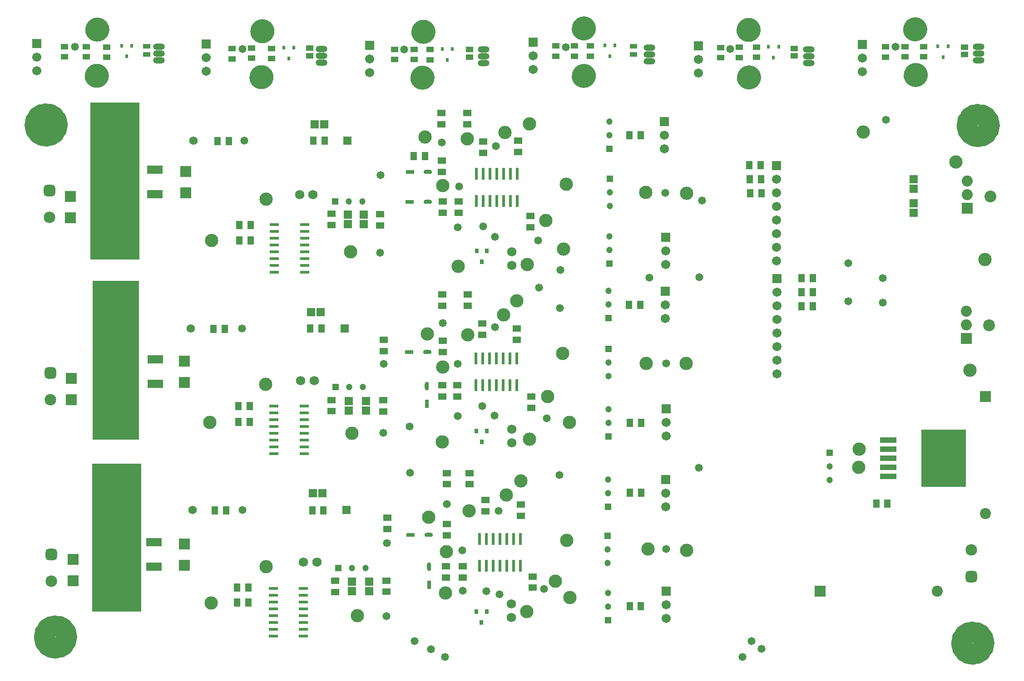
<source format=gts>
G04*
G04 #@! TF.GenerationSoftware,Altium Limited,Altium Designer,21.6.4 (81)*
G04*
G04 Layer_Color=8388736*
%FSLAX43Y43*%
%MOMM*%
G71*
G04*
G04 #@! TF.SameCoordinates,346ECB39-7FB1-4B03-902B-A5351CF8790B*
G04*
G04*
G04 #@! TF.FilePolarity,Negative*
G04*
G01*
G75*
%ADD18R,1.508X1.207*%
%ADD19R,1.408X1.007*%
%ADD20R,1.207X1.508*%
%ADD21R,0.600X0.700*%
G04:AMPARAMS|DCode=22|XSize=1.607mm|YSize=0.762mm|CornerRadius=0.381mm|HoleSize=0mm|Usage=FLASHONLY|Rotation=90.000|XOffset=0mm|YOffset=0mm|HoleType=Round|Shape=RoundedRectangle|*
%AMROUNDEDRECTD22*
21,1,1.607,0.000,0,0,90.0*
21,1,0.845,0.762,0,0,90.0*
1,1,0.762,0.000,0.422*
1,1,0.762,0.000,-0.422*
1,1,0.762,0.000,-0.422*
1,1,0.762,0.000,0.422*
%
%ADD22ROUNDEDRECTD22*%
%ADD23R,0.762X1.607*%
G04:AMPARAMS|DCode=24|XSize=1.607mm|YSize=0.762mm|CornerRadius=0.381mm|HoleSize=0mm|Usage=FLASHONLY|Rotation=0.000|XOffset=0mm|YOffset=0mm|HoleType=Round|Shape=RoundedRectangle|*
%AMROUNDEDRECTD24*
21,1,1.607,0.000,0,0,0.0*
21,1,0.845,0.762,0,0,0.0*
1,1,0.762,0.422,0.000*
1,1,0.762,-0.422,0.000*
1,1,0.762,-0.422,0.000*
1,1,0.762,0.422,0.000*
%
%ADD24ROUNDEDRECTD24*%
%ADD25R,1.607X0.762*%
%ADD26R,1.505X1.556*%
%ADD27R,1.350X0.950*%
%ADD28R,1.356X1.105*%
%ADD29R,1.556X1.505*%
%ADD30R,0.558X2.270*%
%ADD31R,8.380X10.660*%
%ADD32R,3.050X1.016*%
%ADD33R,1.664X0.559*%
%ADD34R,2.000X2.000*%
%ADD35R,3.000X1.600*%
%ADD36R,6.200X5.800*%
%ADD37C,4.500*%
%ADD38C,4.000*%
%ADD39R,9.119X29.337*%
%ADD40R,9.246X27.686*%
%ADD41R,8.724X29.608*%
%ADD42R,0.076X0.076*%
%ADD43R,0.803X0.903*%
%ADD44C,2.489*%
%ADD45C,1.200*%
%ADD46R,1.200X1.200*%
%ADD47R,1.200X1.200*%
%ADD48R,1.703X1.703*%
%ADD49C,1.703*%
%ADD50C,1.727*%
G04:AMPARAMS|DCode=51|XSize=2.153mm|YSize=2.153mm|CornerRadius=0.589mm|HoleSize=0mm|Usage=FLASHONLY|Rotation=270.000|XOffset=0mm|YOffset=0mm|HoleType=Round|Shape=RoundedRectangle|*
%AMROUNDEDRECTD51*
21,1,2.153,0.975,0,0,270.0*
21,1,0.975,2.153,0,0,270.0*
1,1,1.178,-0.488,-0.488*
1,1,1.178,-0.488,0.488*
1,1,1.178,0.488,0.488*
1,1,1.178,0.488,-0.488*
%
%ADD51ROUNDEDRECTD51*%
%ADD52C,2.153*%
%ADD53O,2.203X1.203*%
%ADD54O,2.203X1.203*%
%ADD55C,2.057*%
%ADD56R,2.057X2.057*%
%ADD57R,2.057X2.057*%
%ADD58R,2.050X2.050*%
%ADD59C,2.050*%
%ADD60C,2.203*%
%ADD61C,1.575*%
%ADD62R,1.575X1.575*%
%ADD63C,1.473*%
D18*
X141224Y71517D02*
D03*
Y73619D02*
D03*
X140538Y105350D02*
D03*
Y107451D02*
D03*
X140564Y139614D02*
D03*
Y141716D02*
D03*
X157378Y69647D02*
D03*
Y71749D02*
D03*
X157099Y103242D02*
D03*
Y105343D02*
D03*
X156972Y136897D02*
D03*
Y138998D02*
D03*
X144297Y73644D02*
D03*
Y71542D02*
D03*
X120523Y70961D02*
D03*
Y68859D02*
D03*
X130099Y70977D02*
D03*
Y68875D02*
D03*
X145567Y91043D02*
D03*
Y88941D02*
D03*
X148565Y86039D02*
D03*
Y83938D02*
D03*
X141326Y81518D02*
D03*
Y79416D02*
D03*
X141402Y91043D02*
D03*
Y88941D02*
D03*
X155169Y85176D02*
D03*
Y83074D02*
D03*
X143307Y107451D02*
D03*
Y105350D02*
D03*
X119837Y104683D02*
D03*
Y102581D02*
D03*
X129515Y104657D02*
D03*
Y102556D02*
D03*
X145288Y124333D02*
D03*
Y122231D02*
D03*
X147930Y118948D02*
D03*
Y116846D02*
D03*
X140640Y115757D02*
D03*
Y113656D02*
D03*
X140538Y124342D02*
D03*
Y122241D02*
D03*
X154407Y117992D02*
D03*
Y115891D02*
D03*
X143535Y141741D02*
D03*
Y139640D02*
D03*
X130277Y82712D02*
D03*
Y80610D02*
D03*
X129616Y115910D02*
D03*
Y113808D02*
D03*
X119863Y139421D02*
D03*
Y137319D02*
D03*
X128930Y139379D02*
D03*
Y137278D02*
D03*
X145186Y158251D02*
D03*
Y156150D02*
D03*
X148133Y152892D02*
D03*
Y150790D02*
D03*
X154686Y153095D02*
D03*
Y150994D02*
D03*
X140437Y149361D02*
D03*
Y147260D02*
D03*
X140386Y158251D02*
D03*
Y156150D02*
D03*
D19*
X168123Y168848D02*
D03*
Y170750D02*
D03*
X230226Y168721D02*
D03*
Y170623D02*
D03*
X199093Y168620D02*
D03*
Y170521D02*
D03*
X165125Y168848D02*
D03*
Y170750D02*
D03*
X226797Y168696D02*
D03*
Y170597D02*
D03*
X195893Y168594D02*
D03*
Y170496D02*
D03*
X161696Y170750D02*
D03*
Y168848D02*
D03*
X223114Y170583D02*
D03*
Y168681D02*
D03*
X192405Y170470D02*
D03*
Y168569D02*
D03*
X138201Y168162D02*
D03*
Y170064D02*
D03*
X77953Y168645D02*
D03*
Y170547D02*
D03*
X108687Y168391D02*
D03*
Y170293D02*
D03*
X135280Y168213D02*
D03*
Y170115D02*
D03*
X74143Y168696D02*
D03*
Y170597D02*
D03*
X104978Y168467D02*
D03*
Y170369D02*
D03*
X131597Y170089D02*
D03*
Y168188D02*
D03*
X70053Y170597D02*
D03*
Y168696D02*
D03*
X101321Y170242D02*
D03*
Y168340D02*
D03*
D20*
X118373Y84099D02*
D03*
X116272D02*
D03*
X98085D02*
D03*
X100187D02*
D03*
X117992Y117983D02*
D03*
X115891D02*
D03*
X97841Y117932D02*
D03*
X99943D02*
D03*
X209610Y127457D02*
D03*
X207509D02*
D03*
X209610Y124790D02*
D03*
X207509D02*
D03*
X209610Y122174D02*
D03*
X207509D02*
D03*
X118602Y153086D02*
D03*
X116500D02*
D03*
X98628Y153010D02*
D03*
X100730D02*
D03*
X197857Y145872D02*
D03*
X199958D02*
D03*
X197958Y143231D02*
D03*
X200060D02*
D03*
X197755Y148463D02*
D03*
X199857D02*
D03*
X104369Y69672D02*
D03*
X102267D02*
D03*
X175454Y66192D02*
D03*
X177555D02*
D03*
X104394Y66853D02*
D03*
X102292D02*
D03*
X175463Y87376D02*
D03*
X177565D02*
D03*
X104648Y103505D02*
D03*
X102546D02*
D03*
X175489Y100432D02*
D03*
X177590D02*
D03*
X104607Y100584D02*
D03*
X102505D02*
D03*
X221428Y85369D02*
D03*
X223529D02*
D03*
X175352Y122428D02*
D03*
X177454D02*
D03*
X104759Y137287D02*
D03*
X102657D02*
D03*
X104784Y134468D02*
D03*
X102683D02*
D03*
X137271Y150190D02*
D03*
X135169D02*
D03*
X175403Y154127D02*
D03*
X177505D02*
D03*
D21*
X171770Y168840D02*
D03*
X170820Y170840D02*
D03*
X172720D02*
D03*
X233883Y168672D02*
D03*
X232933Y170672D02*
D03*
X234833D02*
D03*
X202283Y168586D02*
D03*
X201333Y170586D02*
D03*
X203233D02*
D03*
X141453Y168139D02*
D03*
X140503Y170139D02*
D03*
X142403D02*
D03*
X81661Y168799D02*
D03*
X80711Y170799D02*
D03*
X82611D02*
D03*
X111902Y168409D02*
D03*
X110952Y170409D02*
D03*
X112852D02*
D03*
D22*
X138049Y73558D02*
D03*
X137668Y107289D02*
D03*
D23*
X138049Y70206D02*
D03*
X137668Y103938D02*
D03*
D24*
X137973Y79477D02*
D03*
X137693Y113589D02*
D03*
X137794Y141681D02*
D03*
X137820Y147244D02*
D03*
D25*
X134622Y79477D02*
D03*
X134341Y113589D02*
D03*
X134443Y141681D02*
D03*
X134468Y147244D02*
D03*
D26*
X116359Y87300D02*
D03*
X118161D02*
D03*
X116054Y121031D02*
D03*
X117856D02*
D03*
X116688Y156108D02*
D03*
X118489D02*
D03*
D27*
X176174Y170701D02*
D03*
Y169201D02*
D03*
X85369Y170651D02*
D03*
Y169151D02*
D03*
D28*
X237846Y170525D02*
D03*
Y169124D02*
D03*
X206104Y170271D02*
D03*
Y168870D02*
D03*
X145567Y170078D02*
D03*
Y168677D02*
D03*
X115799Y170322D02*
D03*
Y168920D02*
D03*
D29*
X126924Y70776D02*
D03*
Y68975D02*
D03*
X123673Y69014D02*
D03*
Y70815D02*
D03*
X126314Y104457D02*
D03*
Y102655D02*
D03*
X123038Y102680D02*
D03*
Y104482D02*
D03*
X125908Y139255D02*
D03*
Y137453D02*
D03*
X122885D02*
D03*
Y139255D02*
D03*
X228422Y141388D02*
D03*
Y139587D02*
D03*
Y144096D02*
D03*
Y145898D02*
D03*
D30*
X155067Y73712D02*
D03*
X153797D02*
D03*
X152527D02*
D03*
X151257D02*
D03*
X149987D02*
D03*
X148717D02*
D03*
X147447D02*
D03*
Y78740D02*
D03*
X148717D02*
D03*
X149987D02*
D03*
X151257D02*
D03*
X152527D02*
D03*
X153797D02*
D03*
X155067D02*
D03*
X154432Y107442D02*
D03*
X153162D02*
D03*
X151892D02*
D03*
X150622D02*
D03*
X149352D02*
D03*
X148082D02*
D03*
X146812D02*
D03*
Y112470D02*
D03*
X148082D02*
D03*
X149352D02*
D03*
X150622D02*
D03*
X151892D02*
D03*
X153162D02*
D03*
X154432D02*
D03*
X154508Y141834D02*
D03*
X153238D02*
D03*
X151968D02*
D03*
X150698D02*
D03*
X149428D02*
D03*
X148158D02*
D03*
X146888D02*
D03*
Y146862D02*
D03*
X148158D02*
D03*
X149428D02*
D03*
X150698D02*
D03*
X151968D02*
D03*
X153238D02*
D03*
X154508D02*
D03*
D31*
X233995Y93802D02*
D03*
D32*
X223690Y97206D02*
D03*
Y95504D02*
D03*
Y93802D02*
D03*
Y92100D02*
D03*
Y90398D02*
D03*
D33*
X109137Y94666D02*
D03*
Y95936D02*
D03*
Y97206D02*
D03*
Y98476D02*
D03*
Y99746D02*
D03*
Y101016D02*
D03*
Y102286D02*
D03*
Y103556D02*
D03*
X114789D02*
D03*
Y102286D02*
D03*
Y101016D02*
D03*
Y99746D02*
D03*
Y98476D02*
D03*
Y97206D02*
D03*
Y95936D02*
D03*
Y94666D02*
D03*
X108991Y60655D02*
D03*
Y61925D02*
D03*
Y63195D02*
D03*
Y64465D02*
D03*
Y65735D02*
D03*
Y67005D02*
D03*
Y68275D02*
D03*
Y69545D02*
D03*
X114643D02*
D03*
Y68275D02*
D03*
Y67005D02*
D03*
Y65735D02*
D03*
Y64465D02*
D03*
Y63195D02*
D03*
Y61925D02*
D03*
Y60655D02*
D03*
X109188Y128499D02*
D03*
Y129769D02*
D03*
Y131039D02*
D03*
Y132309D02*
D03*
Y133579D02*
D03*
Y134849D02*
D03*
Y136119D02*
D03*
Y137389D02*
D03*
X114840D02*
D03*
Y136119D02*
D03*
Y134849D02*
D03*
Y133579D02*
D03*
Y132309D02*
D03*
Y131039D02*
D03*
Y129769D02*
D03*
Y128499D02*
D03*
D34*
X92456Y77819D02*
D03*
Y73819D02*
D03*
X92405Y111957D02*
D03*
Y107957D02*
D03*
X92685Y147313D02*
D03*
Y143313D02*
D03*
X71679Y70923D02*
D03*
Y74923D02*
D03*
X71374Y104731D02*
D03*
Y108731D02*
D03*
X71196Y142691D02*
D03*
Y138691D02*
D03*
D35*
X86973Y112292D02*
D03*
Y107722D02*
D03*
X86744Y78104D02*
D03*
Y73534D02*
D03*
X86952Y147624D02*
D03*
Y143054D02*
D03*
D36*
X79883Y110007D02*
D03*
X79654Y75819D02*
D03*
X79862Y145339D02*
D03*
D37*
X136830Y164821D02*
G03*
X136830Y164821I-25J0D01*
G01*
X197637Y173736D02*
G03*
X197637Y173736I-25J0D01*
G01*
X76111Y165180D02*
G03*
X76111Y165180I-25J0D01*
G01*
X76201Y173793D02*
G03*
X76201Y173793I-25J0D01*
G01*
X197714Y164871D02*
G03*
X197714Y164871I-25J0D01*
G01*
X228803Y165329D02*
G03*
X228803Y165329I-25J0D01*
G01*
X228696Y173851D02*
G03*
X228696Y173851I-25J0D01*
G01*
X166916Y165154D02*
G03*
X166916Y165154I-25J0D01*
G01*
Y174019D02*
G03*
X166916Y174019I-25J0D01*
G01*
X137008Y173380D02*
G03*
X137008Y173380I-25J0D01*
G01*
X106979Y173496D02*
G03*
X106979Y173496I-25J0D01*
G01*
X106807Y164922D02*
G03*
X106807Y164922I-25J0D01*
G01*
D38*
X70450Y60452D02*
G03*
X70450Y60452I-2048J0D01*
G01*
X241468Y59309D02*
G03*
X241468Y59309I-2048J0D01*
G01*
X242484Y155905D02*
G03*
X242484Y155905I-2048J0D01*
G01*
X68698Y156007D02*
G03*
X68698Y156007I-2048J0D01*
G01*
D39*
X79438Y145525D02*
D03*
D40*
X79781Y78994D02*
D03*
D41*
X79622Y112111D02*
D03*
D42*
X73241Y113957D02*
D03*
D43*
X148778Y65186D02*
D03*
X146878D02*
D03*
X147828Y63186D02*
D03*
X148803Y98866D02*
D03*
X146903D02*
D03*
X147853Y96866D02*
D03*
X148854Y132496D02*
D03*
X146954D02*
D03*
X147904Y130496D02*
D03*
D44*
X137973Y82804D02*
D03*
X137693Y116967D02*
D03*
X137262Y153721D02*
D03*
X178841Y76886D02*
D03*
X161595Y70841D02*
D03*
X156261Y65151D02*
D03*
X141122Y68656D02*
D03*
X141275Y76378D02*
D03*
X163754Y78486D02*
D03*
X164313Y67793D02*
D03*
X107671Y73558D02*
D03*
X97434Y66827D02*
D03*
X124663Y64465D02*
D03*
X152476Y86944D02*
D03*
X145517Y83947D02*
D03*
X155194Y89560D02*
D03*
X186035Y76601D02*
D03*
X218999Y154711D02*
D03*
X178537Y111531D02*
D03*
X160147Y105334D02*
D03*
X156769Y97384D02*
D03*
X140538Y96850D02*
D03*
X140589Y110820D02*
D03*
X162966Y113360D02*
D03*
X164186Y100482D02*
D03*
X107594Y107620D02*
D03*
X97130Y100482D02*
D03*
X123673Y98476D02*
D03*
X151943Y120548D02*
D03*
X145288Y116865D02*
D03*
X154407Y123165D02*
D03*
X185965Y111531D02*
D03*
X218186Y92075D02*
D03*
X218211Y95529D02*
D03*
X159791Y138201D02*
D03*
X156312Y129946D02*
D03*
X140564Y144653D02*
D03*
X163627Y144907D02*
D03*
X163144Y132867D02*
D03*
X123426Y132296D02*
D03*
X97542Y134468D02*
D03*
X152197Y154635D02*
D03*
X156769Y156185D02*
D03*
X145202Y153390D02*
D03*
X186106Y143281D02*
D03*
X178435Y143434D02*
D03*
X241732Y130886D02*
D03*
X238862Y110211D02*
D03*
X143485Y129591D02*
D03*
X107671Y142164D02*
D03*
X236245Y149073D02*
D03*
D45*
X171379Y74219D02*
D03*
Y76759D02*
D03*
X126238Y73279D02*
D03*
X123698D02*
D03*
X171425Y68682D02*
D03*
Y66142D02*
D03*
X171425Y89865D02*
D03*
Y87325D02*
D03*
X171526Y109169D02*
D03*
Y111709D02*
D03*
X125679Y107066D02*
D03*
X123139D02*
D03*
X171526Y102972D02*
D03*
Y100432D02*
D03*
Y125019D02*
D03*
Y122479D02*
D03*
X212776Y89713D02*
D03*
Y92253D02*
D03*
X171755Y140894D02*
D03*
Y143434D02*
D03*
X125578Y141757D02*
D03*
X123038D02*
D03*
X171648Y135204D02*
D03*
Y132664D02*
D03*
X171679Y156591D02*
D03*
Y154051D02*
D03*
D46*
X171379Y79299D02*
D03*
X171425Y63602D02*
D03*
X171425Y84785D02*
D03*
X171526Y114249D02*
D03*
Y97892D02*
D03*
Y119939D02*
D03*
X212776Y94793D02*
D03*
X171755Y145974D02*
D03*
X171648Y130124D02*
D03*
X171679Y151511D02*
D03*
D47*
X121158Y73279D02*
D03*
X120599Y107066D02*
D03*
X120498Y141757D02*
D03*
D48*
X157475Y171450D02*
D03*
X218821Y170993D02*
D03*
X188285Y170790D02*
D03*
X126944Y170891D02*
D03*
X64922Y171171D02*
D03*
X96515Y171120D02*
D03*
X202941Y127356D02*
D03*
X202844Y148412D02*
D03*
X182296Y69012D02*
D03*
X182194Y89865D02*
D03*
X182296Y102997D02*
D03*
X182118Y124943D02*
D03*
X182143Y135052D02*
D03*
X181961Y156642D02*
D03*
D49*
X157475Y168910D02*
D03*
Y166370D02*
D03*
X218821Y168453D02*
D03*
Y165913D02*
D03*
X188285Y168250D02*
D03*
Y165710D02*
D03*
X126944Y168351D02*
D03*
Y165811D02*
D03*
X64922Y168631D02*
D03*
Y166091D02*
D03*
X96515Y168580D02*
D03*
Y166040D02*
D03*
X202941Y109576D02*
D03*
Y112116D02*
D03*
Y117196D02*
D03*
Y122276D02*
D03*
Y124816D02*
D03*
Y119736D02*
D03*
Y114656D02*
D03*
X202844Y130632D02*
D03*
Y133172D02*
D03*
Y138252D02*
D03*
Y143332D02*
D03*
Y145872D02*
D03*
Y140792D02*
D03*
Y135712D02*
D03*
X182296Y66472D02*
D03*
Y63932D02*
D03*
X182194Y87325D02*
D03*
Y84785D02*
D03*
X182296Y100457D02*
D03*
Y97917D02*
D03*
X182118Y122403D02*
D03*
Y119863D02*
D03*
X182143Y132512D02*
D03*
Y129972D02*
D03*
X181961Y154102D02*
D03*
Y151562D02*
D03*
D50*
X117130Y74447D02*
D03*
X114630D02*
D03*
X116611Y108255D02*
D03*
X114111D02*
D03*
X116419Y143002D02*
D03*
X113919D02*
D03*
X153391Y64124D02*
D03*
Y66624D02*
D03*
X153467Y129794D02*
D03*
Y132294D02*
D03*
Y96698D02*
D03*
Y99198D02*
D03*
D51*
X67581Y75881D02*
D03*
X67251Y143750D02*
D03*
X67412Y109750D02*
D03*
X239124Y71668D02*
D03*
D52*
X67581Y70881D02*
D03*
X67251Y138750D02*
D03*
X67412Y104750D02*
D03*
X239124Y76668D02*
D03*
D53*
X179121Y167919D02*
D03*
Y170459D02*
D03*
X240538Y168021D02*
D03*
Y170561D02*
D03*
X208813Y167564D02*
D03*
Y170104D02*
D03*
X148260Y167513D02*
D03*
Y170053D02*
D03*
X87706Y168021D02*
D03*
Y170561D02*
D03*
X118034Y167665D02*
D03*
Y170205D02*
D03*
D54*
X179121Y169189D02*
D03*
X240538Y169291D02*
D03*
X208813Y168834D02*
D03*
X148260Y168783D02*
D03*
X87706Y169291D02*
D03*
X118034Y168935D02*
D03*
D55*
X232842Y68986D02*
D03*
X241808Y83464D02*
D03*
D56*
X210947Y68986D02*
D03*
D57*
X241808Y105359D02*
D03*
D58*
X238252Y116185D02*
D03*
X238354Y140442D02*
D03*
D59*
X238252Y118720D02*
D03*
Y121260D02*
D03*
X238354Y145517D02*
D03*
Y142977D02*
D03*
D60*
X242743Y142660D02*
D03*
X242468Y118643D02*
D03*
D61*
X94158Y153035D02*
D03*
X93574Y117983D02*
D03*
X93955Y84176D02*
D03*
D62*
X122860Y153035D02*
D03*
X122276Y117983D02*
D03*
X122657Y84176D02*
D03*
D63*
X224993Y170561D02*
D03*
X194183Y170205D02*
D03*
X163530Y170505D02*
D03*
X133375Y170053D02*
D03*
X72009Y170561D02*
D03*
X103246Y170146D02*
D03*
X151054Y83998D02*
D03*
X188316Y91999D02*
D03*
X144323Y69113D02*
D03*
X130200Y77978D02*
D03*
X143440Y101721D02*
D03*
X129565Y111379D02*
D03*
X134442Y99746D02*
D03*
X129007Y146634D02*
D03*
X143408Y136906D02*
D03*
X223215Y156947D02*
D03*
X198171Y59715D02*
D03*
X200000Y58268D02*
D03*
X196444Y56744D02*
D03*
X141036Y56693D02*
D03*
X138442Y58141D02*
D03*
X135372Y59665D02*
D03*
X134468Y91084D02*
D03*
X103276Y84150D02*
D03*
X103175Y118034D02*
D03*
X103607Y153060D02*
D03*
X222631Y122809D02*
D03*
X222656Y127457D02*
D03*
X216179Y130226D02*
D03*
Y123114D02*
D03*
X188976Y141859D02*
D03*
X188443Y127559D02*
D03*
X182131Y143320D02*
D03*
X151181Y68377D02*
D03*
X159461Y69444D02*
D03*
X158521Y125603D02*
D03*
X162509Y128930D02*
D03*
X162433Y121869D02*
D03*
X179146Y127483D02*
D03*
X162331Y90653D02*
D03*
X159969Y101295D02*
D03*
X144247Y76581D02*
D03*
X141364Y85230D02*
D03*
X148768Y68986D02*
D03*
X182258Y76911D02*
D03*
X150368Y118288D02*
D03*
X143434Y111415D02*
D03*
X147955Y103556D02*
D03*
X130099Y64364D02*
D03*
X129553Y98539D02*
D03*
X128880Y132131D02*
D03*
X150470Y152095D02*
D03*
X158394Y134457D02*
D03*
X150328Y135103D02*
D03*
X150216Y101737D02*
D03*
X148107Y137084D02*
D03*
X182220Y111468D02*
D03*
X140589Y118999D02*
D03*
Y110820D02*
D03*
X140411Y152756D02*
D03*
X143637Y144551D02*
D03*
M02*

</source>
